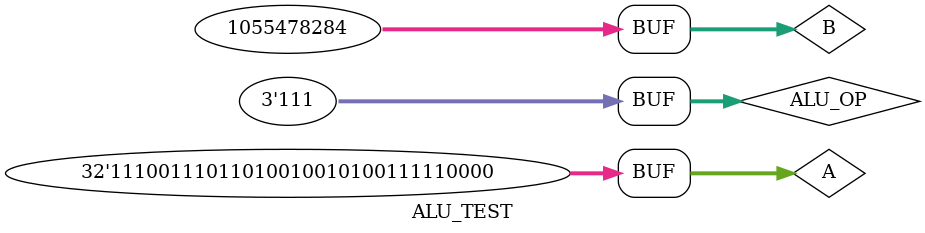
<source format=v>
`timescale 1ns / 1ps


module ALU_TEST;

	// Inputs
	reg [31:0] A;
	reg [31:0] B;
	reg [2:0] ALU_OP;

	// Outputs
	wire ZF;
	wire OF;
	wire [31:0] F;

	// Instantiate the Unit Under Test (UUT)
	ALU uut (
		.A(A), 
		.B(B), 
		.ZF(ZF), 
		.OF(OF), 
		.F(F), 
		.ALU_OP(ALU_OP)
	);

	initial begin
		// Initialize Inputs
			A=32'h1e45d9f9;
        B=32'hd4c41db0;
        ALU_OP= 0;
        #20;
        A=32'h1e45d9f9;
        B=32'hd4c41db0;
        ALU_OP= 1;
        #20;
        A=32'h1e45d9f9;
        B=32'hd4c41db0;
        ALU_OP= 2;
        #20;
        A=32'h1e45d9f9;
        B=32'hd4c41db0;
        ALU_OP= 3;
        #20;
        A=32'h1e45d9f9;
        B=32'hd4c41db0;
        ALU_OP= 4;
        #20;
        A=32'h1e45d9f9;
        B=32'hd4c41db0;
        ALU_OP= 5;
        #20;
        A=32'h1e45d9f9;
        B=32'hd4c41db0;
        ALU_OP= 6;
        #20;
        A=32'h1e45d9f9;
        B=32'hd4c41db0;
        ALU_OP= 7;
        #20;
        A=32'h48342e09;
        B=32'ha5f5973e;
        ALU_OP= 0;
        #20;
        A=32'h48342e09;
        B=32'ha5f5973e;
        ALU_OP= 1;
        #20;
        A=32'h48342e09;
        B=32'ha5f5973e;
        ALU_OP= 2;
        #20;
        A=32'h48342e09;
        B=32'ha5f5973e;
        ALU_OP= 3;
        #20;
        A=32'h48342e09;
        B=32'ha5f5973e;
        ALU_OP= 4;
        #20;
        A=32'h48342e09;
        B=32'ha5f5973e;
        ALU_OP= 5;
        #20;
        A=32'h48342e09;
        B=32'ha5f5973e;
        ALU_OP= 6;
        #20;
        A=32'h48342e09;
        B=32'ha5f5973e;
        ALU_OP= 7;
        #20;
        A=32'h73254ed5;
        B=32'h92292c55;
        ALU_OP= 0;
        #20;
        A=32'h73254ed5;
        B=32'h92292c55;
        ALU_OP= 1;
        #20;
        A=32'h73254ed5;
        B=32'h92292c55;
        ALU_OP= 2;
        #20;
        A=32'h73254ed5;
        B=32'h92292c55;
        ALU_OP= 3;
        #20;
        A=32'h73254ed5;
        B=32'h92292c55;
        ALU_OP= 4;
        #20;
        A=32'h73254ed5;
        B=32'h92292c55;
        ALU_OP= 5;
        #20;
        A=32'h73254ed5;
        B=32'h92292c55;
        ALU_OP= 6;
        #20;
        A=32'h73254ed5;
        B=32'h92292c55;
        ALU_OP= 7;
        #20;
        A=32'hd0d65f3d;
        B=32'h6c2cb5e9;
        ALU_OP= 0;
        #20;
        A=32'hd0d65f3d;
        B=32'h6c2cb5e9;
        ALU_OP= 1;
        #20;
        A=32'hd0d65f3d;
        B=32'h6c2cb5e9;
        ALU_OP= 2;
        #20;
        A=32'hd0d65f3d;
        B=32'h6c2cb5e9;
        ALU_OP= 3;
        #20;
        A=32'hd0d65f3d;
        B=32'h6c2cb5e9;
        ALU_OP= 4;
        #20;
        A=32'hd0d65f3d;
        B=32'h6c2cb5e9;
        ALU_OP= 5;
        #20;
        A=32'hd0d65f3d;
        B=32'h6c2cb5e9;
        ALU_OP= 6;
        #20;
        A=32'hd0d65f3d;
        B=32'h6c2cb5e9;
        ALU_OP= 7;
        #20;
        A=32'he76929f0;
        B=32'h3ee9520c;
        ALU_OP= 0;
        #20;
        A=32'he76929f0;
        B=32'h3ee9520c;
        ALU_OP= 1;
        #20;
        A=32'he76929f0;
        B=32'h3ee9520c;
        ALU_OP= 2;
        #20;
        A=32'he76929f0;
        B=32'h3ee9520c;
        ALU_OP= 3;
        #20;
        A=32'he76929f0;
        B=32'h3ee9520c;
        ALU_OP= 4;
        #20;
        A=32'he76929f0;
        B=32'h3ee9520c;
        ALU_OP= 5;
        #20;
        A=32'he76929f0;
        B=32'h3ee9520c;
        ALU_OP= 6;
        #20;
        A=32'he76929f0;
        B=32'h3ee9520c;
        ALU_OP= 7;
        #20;
    end
      
endmodule


</source>
